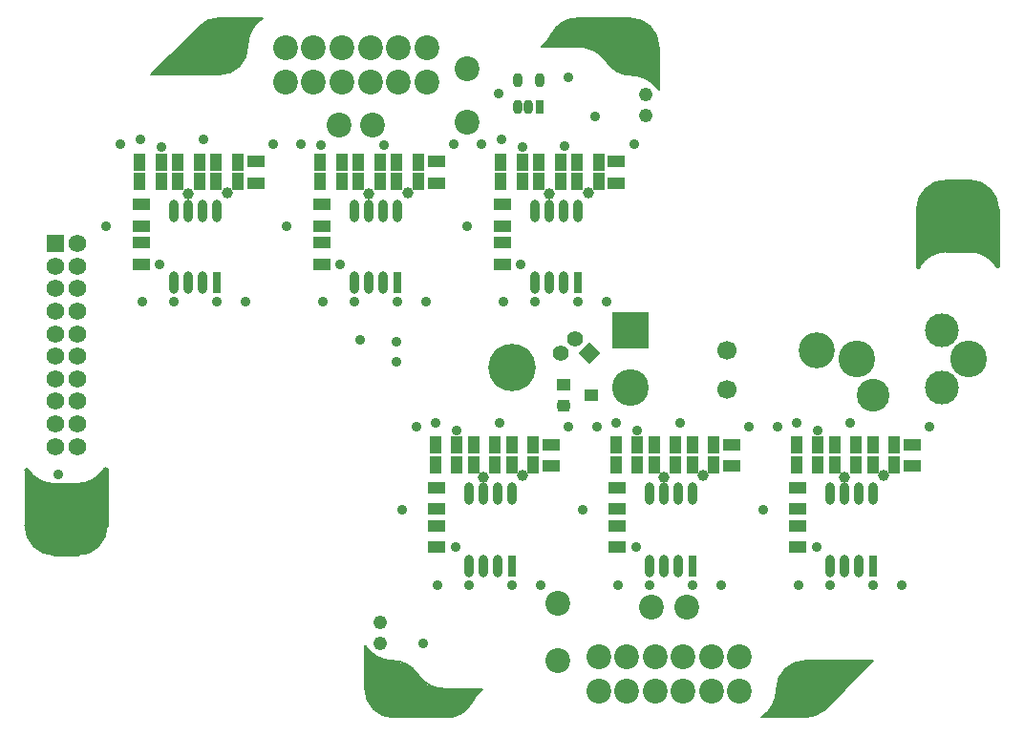
<source format=gbs>
G04*
G04 #@! TF.GenerationSoftware,Altium Limited,Altium Designer,20.1.10 (176)*
G04*
G04 Layer_Color=16711935*
%FSAX42Y42*%
%MOMM*%
G71*
G04*
G04 #@! TF.SameCoordinates,3E3C1568-8D71-4774-938C-B5280475AE13*
G04*
G04*
G04 #@! TF.FilePolarity,Negative*
G04*
G01*
G75*
%ADD12C,0.20*%
%ADD15C,0.40*%
%ADD16R,1.50X1.00*%
%ADD18R,1.00X1.50*%
%ADD21C,3.25*%
%ADD22C,3.00*%
%ADD23R,3.25X3.25*%
%ADD24C,1.57*%
%ADD25R,1.57X1.57*%
%ADD26C,1.40*%
%ADD27P,1.98X4X270.0*%
%ADD28C,1.22*%
%ADD29C,1.00*%
%ADD30C,1.70*%
%ADD31C,0.90*%
%ADD32C,2.90*%
%ADD33C,3.20*%
%ADD34C,2.20*%
%ADD35C,4.20*%
%ADD81R,0.80X1.15*%
G04:AMPARAMS|DCode=82|XSize=0.8mm|YSize=1.15mm|CornerRadius=0.25mm|HoleSize=0mm|Usage=FLASHONLY|Rotation=0.000|XOffset=0mm|YOffset=0mm|HoleType=Round|Shape=RoundedRectangle|*
%AMROUNDEDRECTD82*
21,1,0.80,0.65,0,0,0.0*
21,1,0.30,1.15,0,0,0.0*
1,1,0.50,0.15,-0.33*
1,1,0.50,-0.15,-0.33*
1,1,0.50,-0.15,0.33*
1,1,0.50,0.15,0.33*
%
%ADD82ROUNDEDRECTD82*%
G04:AMPARAMS|DCode=83|XSize=1.1mm|YSize=1.15mm|CornerRadius=0.33mm|HoleSize=0mm|Usage=FLASHONLY|Rotation=90.000|XOffset=0mm|YOffset=0mm|HoleType=Round|Shape=RoundedRectangle|*
%AMROUNDEDRECTD83*
21,1,1.10,0.50,0,0,90.0*
21,1,0.45,1.15,0,0,90.0*
1,1,0.65,0.25,0.23*
1,1,0.65,0.25,-0.23*
1,1,0.65,-0.25,-0.23*
1,1,0.65,-0.25,0.23*
%
%ADD83ROUNDEDRECTD83*%
%ADD84R,1.15X1.10*%
%ADD85R,1.15X1.10*%
%ADD86O,0.84X1.98*%
%ADD87R,0.80X1.98*%
G36*
X003131Y000738D02*
X003131Y000738D01*
X003131D01*
X003143Y000725D01*
X003169Y000702D01*
X003198Y000682D01*
X003229Y000666D01*
X003245Y000660D01*
X003273Y000656D01*
X003329Y000646D01*
X003385Y000634D01*
X003440Y000621D01*
X003468Y000613D01*
X003468Y000613D01*
Y000613D01*
X003491Y000593D01*
X003536Y000551D01*
X003580Y000507D01*
X003622Y000462D01*
X003642Y000439D01*
X003655Y000431D01*
X003683Y000417D01*
X003713Y000405D01*
X003743Y000397D01*
X003774Y000391D01*
X003805Y000388D01*
X003837Y000389D01*
X003868Y000392D01*
X003883Y000395D01*
X003914Y000396D01*
X003976Y000396D01*
X004038Y000396D01*
X004100Y000395D01*
X004116Y000395D01*
X004120Y000390D01*
X004123Y000382D01*
X004120Y000378D01*
X004115Y000372D01*
X004113Y000369D01*
X004018Y000239D01*
X003956Y000177D01*
X003849Y000145D01*
X003346Y000145D01*
X003322Y000145D01*
X003273Y000154D01*
X003228Y000173D01*
X003187Y000200D01*
X003152Y000235D01*
X003125Y000276D01*
X003106Y000322D01*
X003096Y000370D01*
X003096Y000395D01*
X003096Y000760D01*
X003108Y000765D01*
X003131Y000738D01*
D02*
G37*
G36*
X000128Y002297D02*
X000152Y002274D01*
X000177Y002251D01*
X000190Y002241D01*
X000190Y002241D01*
X000209Y002234D01*
X000247Y002222D01*
X000286Y002212D01*
X000325Y002204D01*
X000345Y002202D01*
X000345Y002202D01*
X000379Y002200D01*
X000447Y002200D01*
X000516Y002204D01*
X000583Y002212D01*
X000617Y002218D01*
X000643Y002227D01*
X000694Y002249D01*
X000744Y002273D01*
X000791Y002301D01*
X000803Y002309D01*
X000815Y002303D01*
X000812Y001863D01*
X000812Y001845D01*
X000807Y001810D01*
X000798Y001776D01*
X000785Y001744D01*
X000767Y001714D01*
X000746Y001686D01*
X000721Y001661D01*
X000693Y001640D01*
X000662Y001622D01*
X000630Y001609D01*
X000596Y001600D01*
X000561Y001595D01*
X000544Y001595D01*
X000355D01*
X000355Y001595D01*
X000355Y001595D01*
X000334Y001595D01*
X000293Y001601D01*
X000253Y001613D01*
X000215Y001630D01*
X000180Y001653D01*
X000149Y001681D01*
X000122Y001712D01*
X000099Y001748D01*
X000091Y001767D01*
X000095Y002316D01*
X000099Y002319D01*
X000108Y002320D01*
X000128Y002297D01*
D02*
G37*
G36*
X002174Y006336D02*
X002103Y006266D01*
X002066Y006192D01*
X002052Y006052D01*
X002052Y006052D01*
X002048Y006031D01*
X002032Y005990D01*
X002009Y005952D01*
X001981Y005919D01*
X001947Y005891D01*
X001909Y005870D01*
X001868Y005855D01*
X001824Y005847D01*
X001802Y005847D01*
X001220Y005848D01*
X001215Y005859D01*
X001577Y006227D01*
X001586Y006241D01*
X001608Y006266D01*
X001633Y006289D01*
X001660Y006308D01*
X001689Y006323D01*
X001720Y006335D01*
X001752Y006343D01*
X001785Y006347D01*
X001802Y006347D01*
X002170Y006347D01*
X002174Y006336D01*
D02*
G37*
G36*
X006992Y000643D02*
X007575Y000643D01*
X007580Y000631D01*
X007218Y000263D01*
X007208Y000249D01*
X007187Y000224D01*
X007162Y000202D01*
X007135Y000183D01*
X007105Y000167D01*
X007074Y000155D01*
X007042Y000147D01*
X007009Y000143D01*
X006992Y000143D01*
X006625Y000143D01*
X006620Y000155D01*
X006692Y000225D01*
X006728Y000299D01*
X006743Y000438D01*
X006743Y000438D01*
X006747Y000460D01*
X006763Y000501D01*
X006785Y000538D01*
X006814Y000571D01*
X006848Y000599D01*
X006886Y000621D01*
X006927Y000636D01*
X006970Y000643D01*
X006992Y000643D01*
D02*
G37*
G36*
X008248Y004898D02*
X008437Y004898D01*
X008437Y004898D01*
X008437Y004898D01*
X008457Y004898D01*
X008499Y004892D01*
X008539Y004880D01*
X008577Y004862D01*
X008612Y004839D01*
X008643Y004812D01*
X008670Y004780D01*
X008693Y004745D01*
X008701Y004726D01*
X008697Y004177D01*
X008692Y004174D01*
X008684Y004172D01*
X008664Y004195D01*
X008640Y004219D01*
X008615Y004241D01*
X008602Y004252D01*
X008602Y004252D01*
X008583Y004259D01*
X008545Y004271D01*
X008506Y004281D01*
X008466Y004288D01*
X008447Y004291D01*
X008447Y004291D01*
X008413Y004293D01*
X008344Y004293D01*
X008276Y004289D01*
X008209Y004281D01*
X008175Y004275D01*
X008149Y004265D01*
X008098Y004244D01*
X008048Y004219D01*
X008000Y004191D01*
X007988Y004183D01*
X007977Y004190D01*
X007980Y004630D01*
X007980Y004630D01*
X007980Y004630D01*
X007980Y004647D01*
X007985Y004682D01*
X007994Y004716D01*
X008007Y004749D01*
X008025Y004779D01*
X008046Y004807D01*
X008071Y004832D01*
X008099Y004853D01*
X008130Y004870D01*
X008162Y004884D01*
X008196Y004893D01*
X008231Y004898D01*
X008248Y004898D01*
D02*
G37*
G36*
X005520Y006335D02*
X005566Y006316D01*
X005607Y006289D01*
X005641Y006254D01*
X005669Y006213D01*
X005688Y006167D01*
X005697Y006119D01*
X005697Y006094D01*
X005697Y005729D01*
X005685Y005724D01*
X005662Y005751D01*
X005662Y005751D01*
X005662Y005751D01*
X005654Y005761D01*
X005634Y005780D01*
X005613Y005796D01*
X005591Y005810D01*
X005579Y005816D01*
X005579Y005816D01*
X005547Y005821D01*
X005483Y005832D01*
X005420Y005846D01*
X005357Y005862D01*
X005326Y005870D01*
X005139Y006058D01*
X005139Y006058D01*
X005126Y006065D01*
X005099Y006077D01*
X005071Y006087D01*
X005042Y006094D01*
X005013Y006099D01*
X004984Y006101D01*
X004954Y006100D01*
X004925Y006097D01*
X004910Y006094D01*
X004910Y006094D01*
X004879Y006094D01*
X004817Y006093D01*
X004755Y006093D01*
X004693Y006094D01*
X004677Y006094D01*
X004673Y006100D01*
X004671Y006107D01*
X004673Y006111D01*
X004678Y006117D01*
X004681Y006120D01*
X004775Y006250D01*
X004837Y006312D01*
X004945Y006344D01*
X005447Y006344D01*
X005447Y006344D01*
Y006344D01*
X005472Y006344D01*
X005520Y006335D01*
D02*
G37*
D12*
X006993Y000145D02*
G03*
X007170Y000218I000000J000250D01*
G01*
X006609Y000145D02*
G03*
X006743Y000395I-000166J000250D01*
G01*
X006993Y000645D02*
G03*
X006743Y000395I000000J-000250D01*
G01*
X003556Y000531D02*
G03*
X003346Y000645I-000210J-000136D01*
G01*
X003820Y000145D02*
G03*
X004041Y000279I000000J000250D01*
G01*
X003096Y000779D02*
G03*
X003346Y000645I000250J000166D01*
G01*
X003556Y000531D02*
G03*
X003832Y000396I000251J000164D01*
G01*
X004131Y000394D02*
G03*
X004041Y000279I000265J-000300D01*
G01*
X003096Y000395D02*
G03*
X003346Y000145I000250J000000D01*
G01*
X001802Y005846D02*
G03*
X002052Y006096I000000J000250D01*
G01*
X001801Y006346D02*
G03*
X001625Y006272I000000J-000250D01*
G01*
X002186Y006346D02*
G03*
X002052Y006096I000166J-000250D01*
G01*
X005238Y005958D02*
G03*
X005447Y005844I000210J000136D01*
G01*
X004662Y006095D02*
G03*
X004752Y006210I-000265J000300D01*
G01*
X005238Y005958D02*
G03*
X004962Y006093I-000251J-000164D01*
G01*
X004974Y006344D02*
G03*
X004752Y006210I000000J-000250D01*
G01*
X005697Y006094D02*
G03*
X005447Y006344I-000250J000000D01*
G01*
X005697Y005710D02*
G03*
X005447Y005844I-000250J-000166D01*
G01*
X006993Y000645D02*
X007592D01*
X007170Y000218D02*
X007597Y000646D01*
X006609Y000145D02*
X006993D01*
X003096Y000395D02*
Y000779D01*
X003346Y000145D02*
X003820D01*
X003832Y000396D02*
X004133D01*
X001801Y006346D02*
X002186D01*
X001197Y005845D02*
X001625Y006272D01*
X001203Y005846D02*
X001802D01*
X004661Y006093D02*
X004962D01*
X004974Y006344D02*
X005447D01*
X005697Y005710D02*
Y006094D01*
D15*
X000095Y002336D02*
G03*
X000345Y002202I000250J000166D01*
G01*
X000540D02*
G03*
X000795Y002344I000000J000300D01*
G01*
X000095Y001847D02*
G03*
X000345Y001597I000250J000000D01*
G01*
X000545D02*
G03*
X000795Y001847I000000J000250D01*
G01*
X008697Y004157D02*
G03*
X008447Y004291I-000250J-000166D01*
G01*
X008697Y004646D02*
G03*
X008447Y004896I-000250J000000D01*
G01*
X008252Y004291D02*
G03*
X007997Y004149I000000J-000300D01*
G01*
X008247Y004896D02*
G03*
X007997Y004646I000000J-000250D01*
G01*
X000345Y001597D02*
X000545D01*
X000795Y001847D02*
Y002344D01*
X000095Y001847D02*
Y002336D01*
X000345Y002202D02*
X000540D01*
X008252Y004291D02*
X008447D01*
X008697Y004157D02*
Y004646D01*
X007997Y004149D02*
Y004646D01*
X008247Y004896D02*
X008447D01*
D16*
X002711Y004165D02*
D03*
Y004355D02*
D03*
Y004692D02*
D03*
Y004503D02*
D03*
X002124Y005075D02*
D03*
Y004885D02*
D03*
X001111Y004355D02*
D03*
Y004165D02*
D03*
Y004503D02*
D03*
Y004692D02*
D03*
X006931Y001992D02*
D03*
Y002182D02*
D03*
Y001845D02*
D03*
Y001655D02*
D03*
X007944Y002565D02*
D03*
Y002375D02*
D03*
X003731Y001992D02*
D03*
Y002183D02*
D03*
Y001845D02*
D03*
Y001655D02*
D03*
X004744Y002565D02*
D03*
Y002375D02*
D03*
X004311Y004503D02*
D03*
Y004692D02*
D03*
Y004355D02*
D03*
Y004165D02*
D03*
X005324Y005075D02*
D03*
Y004885D02*
D03*
X003724Y005075D02*
D03*
Y004885D02*
D03*
X005331Y001992D02*
D03*
Y002182D02*
D03*
Y001845D02*
D03*
Y001655D02*
D03*
X006344Y002565D02*
D03*
Y002375D02*
D03*
D18*
X002699Y004895D02*
D03*
X002889D02*
D03*
X003037Y005068D02*
D03*
X003227D02*
D03*
X003037Y004895D02*
D03*
X003227D02*
D03*
X003374D02*
D03*
X003564D02*
D03*
X002699Y005068D02*
D03*
X002889D02*
D03*
X001289Y004895D02*
D03*
X001099D02*
D03*
X001627Y005068D02*
D03*
X001437D02*
D03*
X001627Y004895D02*
D03*
X001437D02*
D03*
X001964D02*
D03*
X001774D02*
D03*
X001289Y005068D02*
D03*
X001099D02*
D03*
X001964D02*
D03*
X001774D02*
D03*
X005847Y002558D02*
D03*
X005657D02*
D03*
X004247Y002558D02*
D03*
X004057D02*
D03*
X004827Y005068D02*
D03*
X004637D02*
D03*
X007784Y002558D02*
D03*
X007594D02*
D03*
X007109D02*
D03*
X006919D02*
D03*
X007784Y002385D02*
D03*
X007594D02*
D03*
X007447D02*
D03*
X007257D02*
D03*
X007447Y002558D02*
D03*
X007257D02*
D03*
X007109Y002385D02*
D03*
X006919D02*
D03*
X003909Y002385D02*
D03*
X003719D02*
D03*
X004489Y004895D02*
D03*
X004299D02*
D03*
X005509Y002385D02*
D03*
X005319D02*
D03*
X004584Y002558D02*
D03*
X004394D02*
D03*
X003909D02*
D03*
X003719D02*
D03*
X004584Y002385D02*
D03*
X004394D02*
D03*
X004247D02*
D03*
X004057D02*
D03*
X005164Y005068D02*
D03*
X004974D02*
D03*
X004489D02*
D03*
X004299D02*
D03*
X005164Y004895D02*
D03*
X004974D02*
D03*
X004827D02*
D03*
X004637D02*
D03*
X003564Y005068D02*
D03*
X003374D02*
D03*
X005509Y002558D02*
D03*
X005319D02*
D03*
X005847Y002385D02*
D03*
X005657D02*
D03*
X006184D02*
D03*
X005994D02*
D03*
X006184Y002558D02*
D03*
X005994D02*
D03*
D21*
X007457Y003326D02*
D03*
X008447D02*
D03*
X005450Y003072D02*
D03*
D22*
X008206D02*
D03*
Y003580D02*
D03*
D23*
X005450D02*
D03*
D24*
X000347Y003747D02*
D03*
Y003947D02*
D03*
X000547Y003547D02*
D03*
X000347D02*
D03*
X000547Y003747D02*
D03*
Y003947D02*
D03*
Y004147D02*
D03*
X000347D02*
D03*
X000547Y004347D02*
D03*
Y003347D02*
D03*
X000347Y003147D02*
D03*
X000547D02*
D03*
X000347Y003347D02*
D03*
X000547Y002947D02*
D03*
X000347Y002747D02*
D03*
X000547D02*
D03*
X000347Y002947D02*
D03*
X000547Y002547D02*
D03*
X000347D02*
D03*
D25*
Y004347D02*
D03*
D26*
X004825Y003375D02*
D03*
X004952Y003502D02*
D03*
D27*
X005079Y003375D02*
D03*
D28*
X003225Y000990D02*
D03*
Y000800D02*
D03*
X005580Y005479D02*
D03*
Y005670D02*
D03*
D29*
X001526Y004786D02*
D03*
X003126D02*
D03*
X004726D02*
D03*
X004146Y002276D02*
D03*
X005746Y002276D02*
D03*
X007346D02*
D03*
X001872Y004795D02*
D03*
X003472D02*
D03*
X005072D02*
D03*
X004492Y002295D02*
D03*
X006092D02*
D03*
X007692D02*
D03*
D30*
X006300Y003400D02*
D03*
Y003050D02*
D03*
D31*
X007390Y002760D02*
D03*
X002874Y004165D02*
D03*
X002719Y003830D02*
D03*
X000375Y002300D02*
D03*
X004900Y005825D02*
D03*
X004850Y002900D02*
D03*
X005136Y005478D02*
D03*
X004865Y005213D02*
D03*
X003050Y003490D02*
D03*
X003375Y003300D02*
D03*
Y003475D02*
D03*
X004275Y005675D02*
D03*
X003610Y000800D02*
D03*
X007109Y002690D02*
D03*
X006620Y001990D02*
D03*
X006920Y002760D02*
D03*
X007853Y001320D02*
D03*
X008100Y002720D02*
D03*
X006939Y001320D02*
D03*
X006749Y002720D02*
D03*
X007219Y001320D02*
D03*
X007094Y001655D02*
D03*
X007600Y001320D02*
D03*
X005509Y002690D02*
D03*
X005020Y001990D02*
D03*
X005885Y002760D02*
D03*
X005320D02*
D03*
X006253Y001320D02*
D03*
X006500Y002720D02*
D03*
X005339Y001320D02*
D03*
X005149Y002720D02*
D03*
X005619Y001320D02*
D03*
X005494Y001655D02*
D03*
X006000Y001320D02*
D03*
X001289Y005200D02*
D03*
X000800Y004500D02*
D03*
X001665Y005270D02*
D03*
X001100D02*
D03*
X002033Y003830D02*
D03*
X002280Y005230D02*
D03*
X001119Y003830D02*
D03*
X000929Y005230D02*
D03*
X001399Y003830D02*
D03*
X001274Y004165D02*
D03*
X001780Y003830D02*
D03*
X004489Y005200D02*
D03*
X004000Y004500D02*
D03*
X004300Y005270D02*
D03*
X005233Y003830D02*
D03*
X005480Y005230D02*
D03*
X004319Y003830D02*
D03*
X004129Y005230D02*
D03*
X004599Y003830D02*
D03*
X004474Y004165D02*
D03*
X004980Y003830D02*
D03*
X002400Y004500D02*
D03*
X003265Y005220D02*
D03*
X002700D02*
D03*
X003633Y003830D02*
D03*
X003880Y005230D02*
D03*
X002529D02*
D03*
X002999Y003830D02*
D03*
X003380D02*
D03*
X004653Y001320D02*
D03*
X003739D02*
D03*
X003720Y002760D02*
D03*
X003909Y002690D02*
D03*
X003549Y002720D02*
D03*
X004285Y002760D02*
D03*
X004900Y002720D02*
D03*
X004400Y001320D02*
D03*
X004019D02*
D03*
X003420Y001990D02*
D03*
X003894Y001655D02*
D03*
D32*
X007597Y003000D02*
D03*
D33*
X007097Y003400D02*
D03*
D34*
X004000Y005425D02*
D03*
Y005900D02*
D03*
X004800Y000650D02*
D03*
Y001155D02*
D03*
X005630Y001120D02*
D03*
X005950D02*
D03*
X003165Y005400D02*
D03*
X002865D02*
D03*
X005665Y000680D02*
D03*
X006415Y000380D02*
D03*
X005165D02*
D03*
X005665D02*
D03*
X005415D02*
D03*
X005915D02*
D03*
X006165D02*
D03*
X005165Y000680D02*
D03*
X005415D02*
D03*
X005915D02*
D03*
X006165D02*
D03*
X006415D02*
D03*
X003640Y006080D02*
D03*
X003390D02*
D03*
X003140D02*
D03*
X002640D02*
D03*
X002390D02*
D03*
X003390Y005780D02*
D03*
X003140D02*
D03*
X002640D02*
D03*
X002890D02*
D03*
X002390D02*
D03*
X003640D02*
D03*
X002890Y006080D02*
D03*
D35*
X000397Y001845D02*
D03*
X003347Y000395D02*
D03*
X001800Y006095D02*
D03*
X008397Y004645D02*
D03*
X006993Y000395D02*
D03*
X005447Y006095D02*
D03*
X004397Y003245D02*
D03*
D81*
X004640Y005555D02*
D03*
D82*
X004545D02*
D03*
X004450D02*
D03*
Y005800D02*
D03*
X004640D02*
D03*
D83*
X004850Y002905D02*
D03*
D84*
X004850Y003095D02*
D03*
D85*
X005100Y003000D02*
D03*
D86*
X001653Y004000D02*
D03*
X001526D02*
D03*
X001399D02*
D03*
X001780Y004640D02*
D03*
X001653D02*
D03*
X001526D02*
D03*
X001399D02*
D03*
X007473Y001490D02*
D03*
X007346D02*
D03*
X007219D02*
D03*
X007600Y002130D02*
D03*
X007473D02*
D03*
X007346D02*
D03*
X007219D02*
D03*
X004273Y001490D02*
D03*
X004146D02*
D03*
X004019D02*
D03*
X004400Y002130D02*
D03*
X004273D02*
D03*
X004146D02*
D03*
X004019D02*
D03*
X004853Y004000D02*
D03*
X004726D02*
D03*
X004599D02*
D03*
X004980Y004640D02*
D03*
X004853D02*
D03*
X004726D02*
D03*
X004599D02*
D03*
X003253Y004000D02*
D03*
X003126D02*
D03*
X002999D02*
D03*
X003380Y004640D02*
D03*
X003253D02*
D03*
X003126D02*
D03*
X002999D02*
D03*
X005873Y001490D02*
D03*
X005746D02*
D03*
X005619D02*
D03*
X006000Y002130D02*
D03*
X005873D02*
D03*
X005746D02*
D03*
X005619D02*
D03*
D87*
X001780Y004000D02*
D03*
X007600Y001490D02*
D03*
X004400Y001490D02*
D03*
X004980Y004000D02*
D03*
X003380D02*
D03*
X006000Y001490D02*
D03*
M02*

</source>
